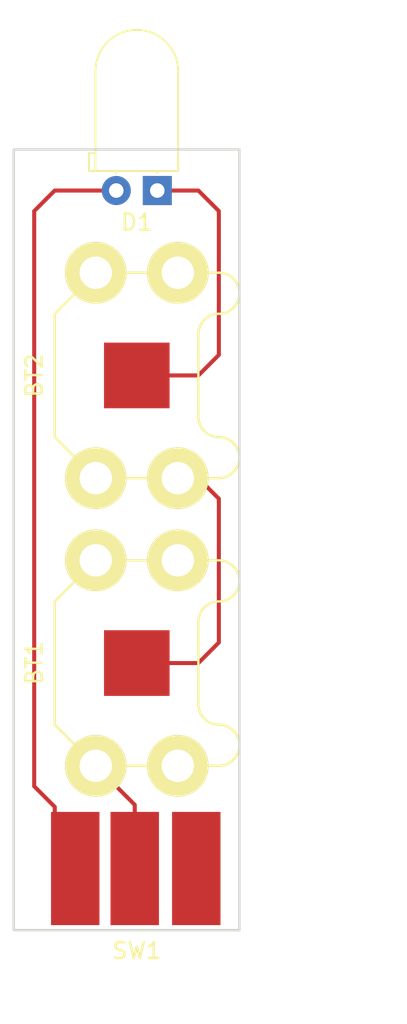
<source format=kicad_pcb>
(kicad_pcb (version 4) (host pcbnew 4.0.1-stable)

  (general
    (links 10)
    (no_connects 6)
    (area 120.574999 53.264999 134.695001 101.675001)
    (thickness 1.6)
    (drawings 8)
    (tracks 18)
    (zones 0)
    (modules 4)
    (nets 6)
  )

  (page A4)
  (layers
    (0 F.Cu signal)
    (31 B.Cu signal)
    (32 B.Adhes user)
    (33 F.Adhes user)
    (34 B.Paste user)
    (35 F.Paste user)
    (36 B.SilkS user)
    (37 F.SilkS user)
    (38 B.Mask user)
    (39 F.Mask user)
    (40 Dwgs.User user)
    (41 Cmts.User user)
    (42 Eco1.User user)
    (43 Eco2.User user)
    (44 Edge.Cuts user)
    (45 Margin user)
    (46 B.CrtYd user)
    (47 F.CrtYd user)
    (48 B.Fab user)
    (49 F.Fab user)
  )

  (setup
    (last_trace_width 0.25)
    (trace_clearance 0.2)
    (zone_clearance 0.508)
    (zone_45_only no)
    (trace_min 0.2)
    (segment_width 0.2)
    (edge_width 0.15)
    (via_size 0.6)
    (via_drill 0.4)
    (via_min_size 0.4)
    (via_min_drill 0.3)
    (uvia_size 0.3)
    (uvia_drill 0.1)
    (uvias_allowed no)
    (uvia_min_size 0.2)
    (uvia_min_drill 0.1)
    (pcb_text_width 0.3)
    (pcb_text_size 1.5 1.5)
    (mod_edge_width 0.15)
    (mod_text_size 1 1)
    (mod_text_width 0.15)
    (pad_size 1.524 1.524)
    (pad_drill 0.762)
    (pad_to_mask_clearance 0.2)
    (aux_axis_origin 0 0)
    (visible_elements 7FFFFFFF)
    (pcbplotparams
      (layerselection 0x00030_80000001)
      (usegerberextensions false)
      (excludeedgelayer false)
      (linewidth 0.100000)
      (plotframeref true)
      (viasonmask false)
      (mode 1)
      (useauxorigin false)
      (hpglpennumber 1)
      (hpglpenspeed 20)
      (hpglpendiameter 15)
      (hpglpenoverlay 2)
      (psnegative false)
      (psa4output false)
      (plotreference true)
      (plotvalue true)
      (plotinvisibletext true)
      (padsonsilk false)
      (subtractmaskfromsilk false)
      (outputformat 4)
      (mirror false)
      (drillshape 0)
      (scaleselection 1)
      (outputdirectory X:/16XXXXX/久保田/))
  )

  (net 0 "")
  (net 1 "Net-(BT1-Pad1)")
  (net 2 "Net-(BT1-Pad2)")
  (net 3 "Net-(BT2-Pad2)")
  (net 4 "Net-(D1-Pad2)")
  (net 5 "Net-(SW1-Pad3)")

  (net_class Default "これは標準のネット クラスです。"
    (clearance 0.2)
    (trace_width 0.25)
    (via_dia 0.6)
    (via_drill 0.4)
    (uvia_dia 0.3)
    (uvia_drill 0.1)
    (add_net "Net-(BT1-Pad1)")
    (add_net "Net-(BT1-Pad2)")
    (add_net "Net-(BT2-Pad2)")
    (add_net "Net-(D1-Pad2)")
    (add_net "Net-(SW1-Pad3)")
  )

  (module Denken:LR44 (layer F.Cu) (tedit 59E0785A) (tstamp 59F2DB88)
    (at 128.27 85.09 270)
    (path /59F2D507)
    (fp_text reference BT1 (at 0 6.35 270) (layer F.SilkS)
      (effects (font (size 1 1) (thickness 0.15)))
    )
    (fp_text value Battery_Cell (at 0 7.62 270) (layer F.Fab)
      (effects (font (size 1 1) (thickness 0.15)))
    )
    (fp_line (start -6.35 -3.81) (end -6.35 -5.08) (layer F.SilkS) (width 0.15))
    (fp_line (start 2.54 -3.81) (end -2.54 -3.81) (layer F.SilkS) (width 0.15))
    (fp_arc (start -2.54 -5.08) (end -2.54 -3.81) (angle 90) (layer F.SilkS) (width 0.15))
    (fp_arc (start -5.08 -5.08) (end -5.08 -6.35) (angle 90) (layer F.SilkS) (width 0.15))
    (fp_arc (start -5.08 -5.08) (end -6.35 -5.08) (angle 90) (layer F.SilkS) (width 0.15))
    (fp_arc (start 2.54 -5.08) (end 3.81 -5.08) (angle 90) (layer F.SilkS) (width 0.15))
    (fp_arc (start 5.08 -5.08) (end 3.81 -5.08) (angle 90) (layer F.SilkS) (width 0.15))
    (fp_arc (start 5.08 -5.08) (end 5.08 -6.35) (angle 90) (layer F.SilkS) (width 0.15))
    (fp_line (start 6.35 -3.81) (end 6.35 -5.08) (layer F.SilkS) (width 0.15))
    (fp_line (start 6.35 -3.81) (end 6.35 -2.54) (layer F.SilkS) (width 0.15))
    (fp_line (start -6.35 -3.81) (end -6.35 -2.54) (layer F.SilkS) (width 0.15))
    (fp_line (start -3.81 5.08) (end 3.81 5.08) (layer F.SilkS) (width 0.15))
    (fp_line (start 3.81 5.08) (end 6.35 2.54) (layer F.SilkS) (width 0.15))
    (fp_line (start 6.35 2.54) (end 6.35 -2.54) (layer F.SilkS) (width 0.15))
    (fp_line (start -3.81 5.08) (end -6.35 2.54) (layer F.SilkS) (width 0.15))
    (fp_line (start -6.35 2.54) (end -6.35 -2.54) (layer F.SilkS) (width 0.15))
    (pad 1 thru_hole circle (at -6.35 2.54 270) (size 3.81 3.81) (drill 2) (layers *.Cu *.Mask F.SilkS)
      (net 1 "Net-(BT1-Pad1)"))
    (pad 1 thru_hole circle (at -6.35 -2.54 270) (size 3.81 3.81) (drill 2) (layers *.Cu *.Mask F.SilkS)
      (net 1 "Net-(BT1-Pad1)"))
    (pad 1 thru_hole circle (at 6.35 -2.54 270) (size 3.81 3.81) (drill 2) (layers *.Cu *.Mask F.SilkS)
      (net 1 "Net-(BT1-Pad1)"))
    (pad 1 thru_hole circle (at 6.35 2.54 270) (size 3.81 3.81) (drill 2) (layers *.Cu *.Mask F.SilkS)
      (net 1 "Net-(BT1-Pad1)"))
    (pad 2 smd rect (at 0 0 270) (size 4.06 4.06) (layers F.Cu F.Paste F.Mask)
      (net 2 "Net-(BT1-Pad2)"))
  )

  (module Denken:LR44 (layer F.Cu) (tedit 59E0785A) (tstamp 59F2DB91)
    (at 128.27 67.31 270)
    (path /59F2D530)
    (fp_text reference BT2 (at 0 6.35 270) (layer F.SilkS)
      (effects (font (size 1 1) (thickness 0.15)))
    )
    (fp_text value Battery_Cell (at 0 7.62 270) (layer F.Fab)
      (effects (font (size 1 1) (thickness 0.15)))
    )
    (fp_line (start -6.35 -3.81) (end -6.35 -5.08) (layer F.SilkS) (width 0.15))
    (fp_line (start 2.54 -3.81) (end -2.54 -3.81) (layer F.SilkS) (width 0.15))
    (fp_arc (start -2.54 -5.08) (end -2.54 -3.81) (angle 90) (layer F.SilkS) (width 0.15))
    (fp_arc (start -5.08 -5.08) (end -5.08 -6.35) (angle 90) (layer F.SilkS) (width 0.15))
    (fp_arc (start -5.08 -5.08) (end -6.35 -5.08) (angle 90) (layer F.SilkS) (width 0.15))
    (fp_arc (start 2.54 -5.08) (end 3.81 -5.08) (angle 90) (layer F.SilkS) (width 0.15))
    (fp_arc (start 5.08 -5.08) (end 3.81 -5.08) (angle 90) (layer F.SilkS) (width 0.15))
    (fp_arc (start 5.08 -5.08) (end 5.08 -6.35) (angle 90) (layer F.SilkS) (width 0.15))
    (fp_line (start 6.35 -3.81) (end 6.35 -5.08) (layer F.SilkS) (width 0.15))
    (fp_line (start 6.35 -3.81) (end 6.35 -2.54) (layer F.SilkS) (width 0.15))
    (fp_line (start -6.35 -3.81) (end -6.35 -2.54) (layer F.SilkS) (width 0.15))
    (fp_line (start -3.81 5.08) (end 3.81 5.08) (layer F.SilkS) (width 0.15))
    (fp_line (start 3.81 5.08) (end 6.35 2.54) (layer F.SilkS) (width 0.15))
    (fp_line (start 6.35 2.54) (end 6.35 -2.54) (layer F.SilkS) (width 0.15))
    (fp_line (start -3.81 5.08) (end -6.35 2.54) (layer F.SilkS) (width 0.15))
    (fp_line (start -6.35 2.54) (end -6.35 -2.54) (layer F.SilkS) (width 0.15))
    (pad 1 thru_hole circle (at -6.35 2.54 270) (size 3.81 3.81) (drill 2) (layers *.Cu *.Mask F.SilkS)
      (net 2 "Net-(BT1-Pad2)"))
    (pad 1 thru_hole circle (at -6.35 -2.54 270) (size 3.81 3.81) (drill 2) (layers *.Cu *.Mask F.SilkS)
      (net 2 "Net-(BT1-Pad2)"))
    (pad 1 thru_hole circle (at 6.35 -2.54 270) (size 3.81 3.81) (drill 2) (layers *.Cu *.Mask F.SilkS)
      (net 2 "Net-(BT1-Pad2)"))
    (pad 1 thru_hole circle (at 6.35 2.54 270) (size 3.81 3.81) (drill 2) (layers *.Cu *.Mask F.SilkS)
      (net 2 "Net-(BT1-Pad2)"))
    (pad 2 smd rect (at 0 0 270) (size 4.06 4.06) (layers F.Cu F.Paste F.Mask)
      (net 3 "Net-(BT2-Pad2)"))
  )

  (module LEDs:LED_D5.0mm_Horizontal_O1.27mm_Z3.0mm (layer F.Cu) (tedit 5880A862) (tstamp 59F2DB97)
    (at 129.54 55.88 180)
    (descr "LED, diameter 5.0mm z-position of LED center 3.0mm, 2 pins")
    (tags "LED diameter 5.0mm z-position of LED center 3.0mm 2 pins")
    (path /59F2D56F)
    (fp_text reference D1 (at 1.27 -1.96 180) (layer F.SilkS)
      (effects (font (size 1 1) (thickness 0.15)))
    )
    (fp_text value LED (at 1.27 10.93 180) (layer F.Fab)
      (effects (font (size 1 1) (thickness 0.15)))
    )
    (fp_arc (start 1.27 7.37) (end -1.23 7.37) (angle -180) (layer F.Fab) (width 0.1))
    (fp_arc (start 1.27 7.37) (end -1.29 7.37) (angle -180) (layer F.SilkS) (width 0.12))
    (fp_line (start -1.23 1.27) (end -1.23 7.37) (layer F.Fab) (width 0.1))
    (fp_line (start 3.77 1.27) (end 3.77 7.37) (layer F.Fab) (width 0.1))
    (fp_line (start -1.23 1.27) (end 3.77 1.27) (layer F.Fab) (width 0.1))
    (fp_line (start 4.17 1.27) (end 4.17 2.27) (layer F.Fab) (width 0.1))
    (fp_line (start 4.17 2.27) (end 3.77 2.27) (layer F.Fab) (width 0.1))
    (fp_line (start 3.77 2.27) (end 3.77 1.27) (layer F.Fab) (width 0.1))
    (fp_line (start 3.77 1.27) (end 4.17 1.27) (layer F.Fab) (width 0.1))
    (fp_line (start 0 0) (end 0 1.27) (layer F.Fab) (width 0.1))
    (fp_line (start 0 1.27) (end 0 1.27) (layer F.Fab) (width 0.1))
    (fp_line (start 0 1.27) (end 0 0) (layer F.Fab) (width 0.1))
    (fp_line (start 0 0) (end 0 0) (layer F.Fab) (width 0.1))
    (fp_line (start 2.54 0) (end 2.54 1.27) (layer F.Fab) (width 0.1))
    (fp_line (start 2.54 1.27) (end 2.54 1.27) (layer F.Fab) (width 0.1))
    (fp_line (start 2.54 1.27) (end 2.54 0) (layer F.Fab) (width 0.1))
    (fp_line (start 2.54 0) (end 2.54 0) (layer F.Fab) (width 0.1))
    (fp_line (start -1.29 1.21) (end -1.29 7.37) (layer F.SilkS) (width 0.12))
    (fp_line (start 3.83 1.21) (end 3.83 7.37) (layer F.SilkS) (width 0.12))
    (fp_line (start -1.29 1.21) (end 3.83 1.21) (layer F.SilkS) (width 0.12))
    (fp_line (start 4.23 1.21) (end 4.23 2.33) (layer F.SilkS) (width 0.12))
    (fp_line (start 4.23 2.33) (end 3.83 2.33) (layer F.SilkS) (width 0.12))
    (fp_line (start 3.83 2.33) (end 3.83 1.21) (layer F.SilkS) (width 0.12))
    (fp_line (start 3.83 1.21) (end 4.23 1.21) (layer F.SilkS) (width 0.12))
    (fp_line (start 0 1.08) (end 0 1.21) (layer F.SilkS) (width 0.12))
    (fp_line (start 0 1.21) (end 0 1.21) (layer F.SilkS) (width 0.12))
    (fp_line (start 0 1.21) (end 0 1.08) (layer F.SilkS) (width 0.12))
    (fp_line (start 0 1.08) (end 0 1.08) (layer F.SilkS) (width 0.12))
    (fp_line (start 2.54 1.08) (end 2.54 1.21) (layer F.SilkS) (width 0.12))
    (fp_line (start 2.54 1.21) (end 2.54 1.21) (layer F.SilkS) (width 0.12))
    (fp_line (start 2.54 1.21) (end 2.54 1.08) (layer F.SilkS) (width 0.12))
    (fp_line (start 2.54 1.08) (end 2.54 1.08) (layer F.SilkS) (width 0.12))
    (fp_line (start -1.95 -1.25) (end -1.95 10.2) (layer F.CrtYd) (width 0.05))
    (fp_line (start -1.95 10.2) (end 4.5 10.2) (layer F.CrtYd) (width 0.05))
    (fp_line (start 4.5 10.2) (end 4.5 -1.25) (layer F.CrtYd) (width 0.05))
    (fp_line (start 4.5 -1.25) (end -1.95 -1.25) (layer F.CrtYd) (width 0.05))
    (pad 1 thru_hole rect (at 0 0 180) (size 1.8 1.8) (drill 0.9) (layers *.Cu *.Mask)
      (net 3 "Net-(BT2-Pad2)"))
    (pad 2 thru_hole circle (at 2.54 0 180) (size 1.8 1.8) (drill 0.9) (layers *.Cu *.Mask)
      (net 4 "Net-(D1-Pad2)"))
    (model ${KISYS3DMOD}/LEDs.3dshapes/LED_D5.0mm_Horizontal_O1.27mm_Z3.0mm.wrl
      (at (xyz 0 0 0))
      (scale (xyz 0.393701 0.393701 0.393701))
      (rotate (xyz 0 0 0))
    )
  )

  (module Denken:SW_holizontal (layer F.Cu) (tedit 59F2D978) (tstamp 59F2DB9E)
    (at 128.27 97.79)
    (path /59F2D5B2)
    (fp_text reference SW1 (at 0 5.08) (layer F.SilkS)
      (effects (font (size 1 1) (thickness 0.15)))
    )
    (fp_text value SWITCH_INV (at 0 3.556) (layer F.Fab)
      (effects (font (size 1 1) (thickness 0.15)))
    )
    (pad 1 smd rect (at -3.81 0) (size 3 7) (layers F.Cu F.Paste F.Mask)
      (net 4 "Net-(D1-Pad2)"))
    (pad 2 smd rect (at -0.127 0) (size 3 7) (layers F.Cu F.Paste F.Mask)
      (net 1 "Net-(BT1-Pad1)"))
    (pad 3 smd rect (at 3.683 0) (size 3 7) (layers F.Cu F.Paste F.Mask)
      (net 5 "Net-(SW1-Pad3)"))
  )

  (gr_line (start 134.62 53.34) (end 120.65 53.34) (angle 90) (layer Edge.Cuts) (width 0.15))
  (dimension 13.97 (width 0.3) (layer Dwgs.User)
    (gr_text "13.970 mm" (at 127.635 108.03) (layer Dwgs.User)
      (effects (font (size 1.5 1.5) (thickness 0.3)))
    )
    (feature1 (pts (xy 120.65 101.6) (xy 120.65 109.38)))
    (feature2 (pts (xy 134.62 101.6) (xy 134.62 109.38)))
    (crossbar (pts (xy 134.62 106.68) (xy 120.65 106.68)))
    (arrow1a (pts (xy 120.65 106.68) (xy 121.776504 106.093579)))
    (arrow1b (pts (xy 120.65 106.68) (xy 121.776504 107.266421)))
    (arrow2a (pts (xy 134.62 106.68) (xy 133.493496 106.093579)))
    (arrow2b (pts (xy 134.62 106.68) (xy 133.493496 107.266421)))
  )
  (dimension 48.26 (width 0.3) (layer Dwgs.User)
    (gr_text "48.260 mm" (at 142.32 77.47 270) (layer Dwgs.User)
      (effects (font (size 1.5 1.5) (thickness 0.3)))
    )
    (feature1 (pts (xy 134.62 101.6) (xy 143.67 101.6)))
    (feature2 (pts (xy 134.62 53.34) (xy 143.67 53.34)))
    (crossbar (pts (xy 140.97 53.34) (xy 140.97 101.6)))
    (arrow1a (pts (xy 140.97 101.6) (xy 140.383579 100.473496)))
    (arrow1b (pts (xy 140.97 101.6) (xy 141.556421 100.473496)))
    (arrow2a (pts (xy 140.97 53.34) (xy 140.383579 54.466504)))
    (arrow2b (pts (xy 140.97 53.34) (xy 141.556421 54.466504)))
  )
  (gr_line (start 134.62 101.6) (end 134.62 53.34) (angle 90) (layer Edge.Cuts) (width 0.15))
  (gr_line (start 121.92 101.6) (end 134.62 101.6) (angle 90) (layer Edge.Cuts) (width 0.15))
  (gr_line (start 120.65 54.61) (end 120.65 53.34) (angle 90) (layer Edge.Cuts) (width 0.15))
  (gr_line (start 120.65 101.6) (end 120.65 54.61) (angle 90) (layer Edge.Cuts) (width 0.15))
  (gr_line (start 121.92 101.6) (end 120.65 101.6) (angle 90) (layer Edge.Cuts) (width 0.15))

  (segment (start 128.143 97.79) (end 128.143 93.853) (width 0.25) (layer F.Cu) (net 1))
  (segment (start 128.143 93.853) (end 125.73 91.44) (width 0.25) (layer F.Cu) (net 1) (tstamp 59F2DC65))
  (segment (start 130.81 73.66) (end 132.08 73.66) (width 0.25) (layer F.Cu) (net 2))
  (segment (start 132.08 73.66) (end 133.35 74.93) (width 0.25) (layer F.Cu) (net 2) (tstamp 59F2DC5A))
  (segment (start 133.35 74.93) (end 133.35 83.82) (width 0.25) (layer F.Cu) (net 2) (tstamp 59F2DC5C))
  (segment (start 133.35 83.82) (end 132.08 85.09) (width 0.25) (layer F.Cu) (net 2) (tstamp 59F2DC5F))
  (segment (start 132.08 85.09) (end 128.27 85.09) (width 0.25) (layer F.Cu) (net 2) (tstamp 59F2DC61))
  (segment (start 129.54 55.88) (end 132.08 55.88) (width 0.25) (layer F.Cu) (net 3))
  (segment (start 132.08 67.31) (end 128.27 67.31) (width 0.25) (layer F.Cu) (net 3) (tstamp 59F2DC79))
  (segment (start 133.35 66.04) (end 132.08 67.31) (width 0.25) (layer F.Cu) (net 3) (tstamp 59F2DC78))
  (segment (start 133.35 57.15) (end 133.35 66.04) (width 0.25) (layer F.Cu) (net 3) (tstamp 59F2DC77))
  (segment (start 132.08 55.88) (end 133.35 57.15) (width 0.25) (layer F.Cu) (net 3) (tstamp 59F2DC76))
  (segment (start 124.46 97.79) (end 123.19 97.79) (width 0.25) (layer F.Cu) (net 4))
  (segment (start 123.19 97.79) (end 123.19 93.98) (width 0.25) (layer F.Cu) (net 4) (tstamp 59F2DC69))
  (segment (start 123.19 93.98) (end 121.92 92.71) (width 0.25) (layer F.Cu) (net 4) (tstamp 59F2DC6B))
  (segment (start 121.92 92.71) (end 121.92 57.15) (width 0.25) (layer F.Cu) (net 4) (tstamp 59F2DC6C))
  (segment (start 121.92 57.15) (end 123.19 55.88) (width 0.25) (layer F.Cu) (net 4) (tstamp 59F2DC6E))
  (segment (start 123.19 55.88) (end 127 55.88) (width 0.25) (layer F.Cu) (net 4) (tstamp 59F2DC72))

)

</source>
